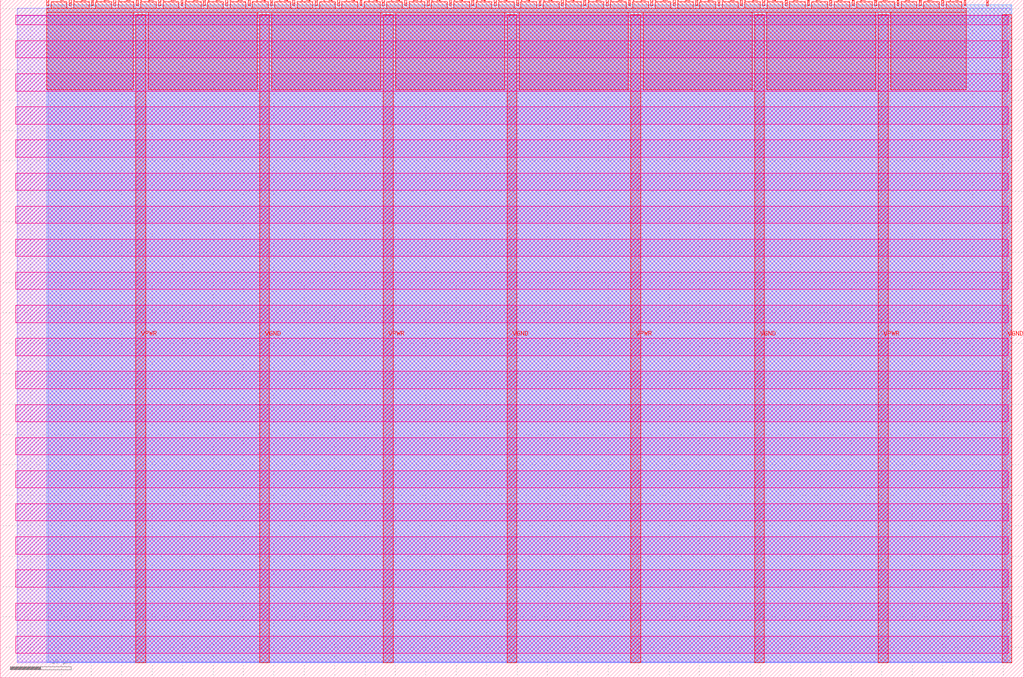
<source format=lef>
VERSION 5.7 ;
  NOWIREEXTENSIONATPIN ON ;
  DIVIDERCHAR "/" ;
  BUSBITCHARS "[]" ;
MACRO tt_um_shift
  CLASS BLOCK ;
  FOREIGN tt_um_shift ;
  ORIGIN 0.000 0.000 ;
  SIZE 168.360 BY 111.520 ;
  PIN VGND
    DIRECTION INOUT ;
    USE GROUND ;
    PORT
      LAYER met4 ;
        RECT 42.670 2.480 44.270 109.040 ;
    END
    PORT
      LAYER met4 ;
        RECT 83.380 2.480 84.980 109.040 ;
    END
    PORT
      LAYER met4 ;
        RECT 124.090 2.480 125.690 109.040 ;
    END
    PORT
      LAYER met4 ;
        RECT 164.800 2.480 166.400 109.040 ;
    END
  END VGND
  PIN VPWR
    DIRECTION INOUT ;
    USE POWER ;
    PORT
      LAYER met4 ;
        RECT 22.315 2.480 23.915 109.040 ;
    END
    PORT
      LAYER met4 ;
        RECT 63.025 2.480 64.625 109.040 ;
    END
    PORT
      LAYER met4 ;
        RECT 103.735 2.480 105.335 109.040 ;
    END
    PORT
      LAYER met4 ;
        RECT 144.445 2.480 146.045 109.040 ;
    END
  END VPWR
  PIN clk
    DIRECTION INPUT ;
    USE SIGNAL ;
    ANTENNAGATEAREA 0.852000 ;
    PORT
      LAYER met4 ;
        RECT 158.550 110.520 158.850 111.520 ;
    END
  END clk
  PIN ena
    DIRECTION INPUT ;
    USE SIGNAL ;
    PORT
      LAYER met4 ;
        RECT 162.230 110.520 162.530 111.520 ;
    END
  END ena
  PIN rst_n
    DIRECTION INPUT ;
    USE SIGNAL ;
    ANTENNAGATEAREA 0.213000 ;
    PORT
      LAYER met4 ;
        RECT 154.870 110.520 155.170 111.520 ;
    END
  END rst_n
  PIN ui_in[0]
    DIRECTION INPUT ;
    USE SIGNAL ;
    ANTENNAGATEAREA 0.196500 ;
    PORT
      LAYER met4 ;
        RECT 151.190 110.520 151.490 111.520 ;
    END
  END ui_in[0]
  PIN ui_in[1]
    DIRECTION INPUT ;
    USE SIGNAL ;
    ANTENNAGATEAREA 0.196500 ;
    PORT
      LAYER met4 ;
        RECT 147.510 110.520 147.810 111.520 ;
    END
  END ui_in[1]
  PIN ui_in[2]
    DIRECTION INPUT ;
    USE SIGNAL ;
    ANTENNAGATEAREA 0.196500 ;
    PORT
      LAYER met4 ;
        RECT 143.830 110.520 144.130 111.520 ;
    END
  END ui_in[2]
  PIN ui_in[3]
    DIRECTION INPUT ;
    USE SIGNAL ;
    ANTENNAGATEAREA 0.196500 ;
    PORT
      LAYER met4 ;
        RECT 140.150 110.520 140.450 111.520 ;
    END
  END ui_in[3]
  PIN ui_in[4]
    DIRECTION INPUT ;
    USE SIGNAL ;
    ANTENNAGATEAREA 0.196500 ;
    PORT
      LAYER met4 ;
        RECT 136.470 110.520 136.770 111.520 ;
    END
  END ui_in[4]
  PIN ui_in[5]
    DIRECTION INPUT ;
    USE SIGNAL ;
    ANTENNAGATEAREA 0.196500 ;
    PORT
      LAYER met4 ;
        RECT 132.790 110.520 133.090 111.520 ;
    END
  END ui_in[5]
  PIN ui_in[6]
    DIRECTION INPUT ;
    USE SIGNAL ;
    ANTENNAGATEAREA 0.196500 ;
    PORT
      LAYER met4 ;
        RECT 129.110 110.520 129.410 111.520 ;
    END
  END ui_in[6]
  PIN ui_in[7]
    DIRECTION INPUT ;
    USE SIGNAL ;
    ANTENNAGATEAREA 0.196500 ;
    PORT
      LAYER met4 ;
        RECT 125.430 110.520 125.730 111.520 ;
    END
  END ui_in[7]
  PIN uio_in[0]
    DIRECTION INPUT ;
    USE SIGNAL ;
    PORT
      LAYER met4 ;
        RECT 121.750 110.520 122.050 111.520 ;
    END
  END uio_in[0]
  PIN uio_in[1]
    DIRECTION INPUT ;
    USE SIGNAL ;
    PORT
      LAYER met4 ;
        RECT 118.070 110.520 118.370 111.520 ;
    END
  END uio_in[1]
  PIN uio_in[2]
    DIRECTION INPUT ;
    USE SIGNAL ;
    PORT
      LAYER met4 ;
        RECT 114.390 110.520 114.690 111.520 ;
    END
  END uio_in[2]
  PIN uio_in[3]
    DIRECTION INPUT ;
    USE SIGNAL ;
    PORT
      LAYER met4 ;
        RECT 110.710 110.520 111.010 111.520 ;
    END
  END uio_in[3]
  PIN uio_in[4]
    DIRECTION INPUT ;
    USE SIGNAL ;
    PORT
      LAYER met4 ;
        RECT 107.030 110.520 107.330 111.520 ;
    END
  END uio_in[4]
  PIN uio_in[5]
    DIRECTION INPUT ;
    USE SIGNAL ;
    PORT
      LAYER met4 ;
        RECT 103.350 110.520 103.650 111.520 ;
    END
  END uio_in[5]
  PIN uio_in[6]
    DIRECTION INPUT ;
    USE SIGNAL ;
    PORT
      LAYER met4 ;
        RECT 99.670 110.520 99.970 111.520 ;
    END
  END uio_in[6]
  PIN uio_in[7]
    DIRECTION INPUT ;
    USE SIGNAL ;
    PORT
      LAYER met4 ;
        RECT 95.990 110.520 96.290 111.520 ;
    END
  END uio_in[7]
  PIN uio_oe[0]
    DIRECTION OUTPUT TRISTATE ;
    USE SIGNAL ;
    PORT
      LAYER met4 ;
        RECT 33.430 110.520 33.730 111.520 ;
    END
  END uio_oe[0]
  PIN uio_oe[1]
    DIRECTION OUTPUT TRISTATE ;
    USE SIGNAL ;
    PORT
      LAYER met4 ;
        RECT 29.750 110.520 30.050 111.520 ;
    END
  END uio_oe[1]
  PIN uio_oe[2]
    DIRECTION OUTPUT TRISTATE ;
    USE SIGNAL ;
    PORT
      LAYER met4 ;
        RECT 26.070 110.520 26.370 111.520 ;
    END
  END uio_oe[2]
  PIN uio_oe[3]
    DIRECTION OUTPUT TRISTATE ;
    USE SIGNAL ;
    PORT
      LAYER met4 ;
        RECT 22.390 110.520 22.690 111.520 ;
    END
  END uio_oe[3]
  PIN uio_oe[4]
    DIRECTION OUTPUT TRISTATE ;
    USE SIGNAL ;
    PORT
      LAYER met4 ;
        RECT 18.710 110.520 19.010 111.520 ;
    END
  END uio_oe[4]
  PIN uio_oe[5]
    DIRECTION OUTPUT TRISTATE ;
    USE SIGNAL ;
    PORT
      LAYER met4 ;
        RECT 15.030 110.520 15.330 111.520 ;
    END
  END uio_oe[5]
  PIN uio_oe[6]
    DIRECTION OUTPUT TRISTATE ;
    USE SIGNAL ;
    PORT
      LAYER met4 ;
        RECT 11.350 110.520 11.650 111.520 ;
    END
  END uio_oe[6]
  PIN uio_oe[7]
    DIRECTION OUTPUT TRISTATE ;
    USE SIGNAL ;
    PORT
      LAYER met4 ;
        RECT 7.670 110.520 7.970 111.520 ;
    END
  END uio_oe[7]
  PIN uio_out[0]
    DIRECTION OUTPUT TRISTATE ;
    USE SIGNAL ;
    ANTENNADIFFAREA 0.445500 ;
    PORT
      LAYER met4 ;
        RECT 62.870 110.520 63.170 111.520 ;
    END
  END uio_out[0]
  PIN uio_out[1]
    DIRECTION OUTPUT TRISTATE ;
    USE SIGNAL ;
    ANTENNADIFFAREA 0.795200 ;
    PORT
      LAYER met4 ;
        RECT 59.190 110.520 59.490 111.520 ;
    END
  END uio_out[1]
  PIN uio_out[2]
    DIRECTION OUTPUT TRISTATE ;
    USE SIGNAL ;
    PORT
      LAYER met4 ;
        RECT 55.510 110.520 55.810 111.520 ;
    END
  END uio_out[2]
  PIN uio_out[3]
    DIRECTION OUTPUT TRISTATE ;
    USE SIGNAL ;
    PORT
      LAYER met4 ;
        RECT 51.830 110.520 52.130 111.520 ;
    END
  END uio_out[3]
  PIN uio_out[4]
    DIRECTION OUTPUT TRISTATE ;
    USE SIGNAL ;
    PORT
      LAYER met4 ;
        RECT 48.150 110.520 48.450 111.520 ;
    END
  END uio_out[4]
  PIN uio_out[5]
    DIRECTION OUTPUT TRISTATE ;
    USE SIGNAL ;
    PORT
      LAYER met4 ;
        RECT 44.470 110.520 44.770 111.520 ;
    END
  END uio_out[5]
  PIN uio_out[6]
    DIRECTION OUTPUT TRISTATE ;
    USE SIGNAL ;
    PORT
      LAYER met4 ;
        RECT 40.790 110.520 41.090 111.520 ;
    END
  END uio_out[6]
  PIN uio_out[7]
    DIRECTION OUTPUT TRISTATE ;
    USE SIGNAL ;
    PORT
      LAYER met4 ;
        RECT 37.110 110.520 37.410 111.520 ;
    END
  END uio_out[7]
  PIN uo_out[0]
    DIRECTION OUTPUT TRISTATE ;
    USE SIGNAL ;
    PORT
      LAYER met4 ;
        RECT 92.310 110.520 92.610 111.520 ;
    END
  END uo_out[0]
  PIN uo_out[1]
    DIRECTION OUTPUT TRISTATE ;
    USE SIGNAL ;
    PORT
      LAYER met4 ;
        RECT 88.630 110.520 88.930 111.520 ;
    END
  END uo_out[1]
  PIN uo_out[2]
    DIRECTION OUTPUT TRISTATE ;
    USE SIGNAL ;
    PORT
      LAYER met4 ;
        RECT 84.950 110.520 85.250 111.520 ;
    END
  END uo_out[2]
  PIN uo_out[3]
    DIRECTION OUTPUT TRISTATE ;
    USE SIGNAL ;
    PORT
      LAYER met4 ;
        RECT 81.270 110.520 81.570 111.520 ;
    END
  END uo_out[3]
  PIN uo_out[4]
    DIRECTION OUTPUT TRISTATE ;
    USE SIGNAL ;
    PORT
      LAYER met4 ;
        RECT 77.590 110.520 77.890 111.520 ;
    END
  END uo_out[4]
  PIN uo_out[5]
    DIRECTION OUTPUT TRISTATE ;
    USE SIGNAL ;
    PORT
      LAYER met4 ;
        RECT 73.910 110.520 74.210 111.520 ;
    END
  END uo_out[5]
  PIN uo_out[6]
    DIRECTION OUTPUT TRISTATE ;
    USE SIGNAL ;
    PORT
      LAYER met4 ;
        RECT 70.230 110.520 70.530 111.520 ;
    END
  END uo_out[6]
  PIN uo_out[7]
    DIRECTION OUTPUT TRISTATE ;
    USE SIGNAL ;
    PORT
      LAYER met4 ;
        RECT 66.550 110.520 66.850 111.520 ;
    END
  END uo_out[7]
  OBS
      LAYER nwell ;
        RECT 2.570 107.385 165.790 108.990 ;
        RECT 2.570 101.945 165.790 104.775 ;
        RECT 2.570 96.505 165.790 99.335 ;
        RECT 2.570 91.065 165.790 93.895 ;
        RECT 2.570 85.625 165.790 88.455 ;
        RECT 2.570 80.185 165.790 83.015 ;
        RECT 2.570 74.745 165.790 77.575 ;
        RECT 2.570 69.305 165.790 72.135 ;
        RECT 2.570 63.865 165.790 66.695 ;
        RECT 2.570 58.425 165.790 61.255 ;
        RECT 2.570 52.985 165.790 55.815 ;
        RECT 2.570 47.545 165.790 50.375 ;
        RECT 2.570 42.105 165.790 44.935 ;
        RECT 2.570 36.665 165.790 39.495 ;
        RECT 2.570 31.225 165.790 34.055 ;
        RECT 2.570 25.785 165.790 28.615 ;
        RECT 2.570 20.345 165.790 23.175 ;
        RECT 2.570 14.905 165.790 17.735 ;
        RECT 2.570 9.465 165.790 12.295 ;
        RECT 2.570 4.025 165.790 6.855 ;
      LAYER li1 ;
        RECT 2.760 2.635 165.600 108.885 ;
      LAYER met1 ;
        RECT 2.760 2.480 166.400 110.120 ;
      LAYER met2 ;
        RECT 7.910 2.535 166.370 110.685 ;
      LAYER met3 ;
        RECT 7.630 2.555 166.390 110.665 ;
      LAYER met4 ;
        RECT 8.370 110.120 10.950 111.170 ;
        RECT 12.050 110.120 14.630 111.170 ;
        RECT 15.730 110.120 18.310 111.170 ;
        RECT 19.410 110.120 21.990 111.170 ;
        RECT 23.090 110.120 25.670 111.170 ;
        RECT 26.770 110.120 29.350 111.170 ;
        RECT 30.450 110.120 33.030 111.170 ;
        RECT 34.130 110.120 36.710 111.170 ;
        RECT 37.810 110.120 40.390 111.170 ;
        RECT 41.490 110.120 44.070 111.170 ;
        RECT 45.170 110.120 47.750 111.170 ;
        RECT 48.850 110.120 51.430 111.170 ;
        RECT 52.530 110.120 55.110 111.170 ;
        RECT 56.210 110.120 58.790 111.170 ;
        RECT 59.890 110.120 62.470 111.170 ;
        RECT 63.570 110.120 66.150 111.170 ;
        RECT 67.250 110.120 69.830 111.170 ;
        RECT 70.930 110.120 73.510 111.170 ;
        RECT 74.610 110.120 77.190 111.170 ;
        RECT 78.290 110.120 80.870 111.170 ;
        RECT 81.970 110.120 84.550 111.170 ;
        RECT 85.650 110.120 88.230 111.170 ;
        RECT 89.330 110.120 91.910 111.170 ;
        RECT 93.010 110.120 95.590 111.170 ;
        RECT 96.690 110.120 99.270 111.170 ;
        RECT 100.370 110.120 102.950 111.170 ;
        RECT 104.050 110.120 106.630 111.170 ;
        RECT 107.730 110.120 110.310 111.170 ;
        RECT 111.410 110.120 113.990 111.170 ;
        RECT 115.090 110.120 117.670 111.170 ;
        RECT 118.770 110.120 121.350 111.170 ;
        RECT 122.450 110.120 125.030 111.170 ;
        RECT 126.130 110.120 128.710 111.170 ;
        RECT 129.810 110.120 132.390 111.170 ;
        RECT 133.490 110.120 136.070 111.170 ;
        RECT 137.170 110.120 139.750 111.170 ;
        RECT 140.850 110.120 143.430 111.170 ;
        RECT 144.530 110.120 147.110 111.170 ;
        RECT 148.210 110.120 150.790 111.170 ;
        RECT 151.890 110.120 154.470 111.170 ;
        RECT 155.570 110.120 158.150 111.170 ;
        RECT 7.655 109.440 158.865 110.120 ;
        RECT 7.655 96.735 21.915 109.440 ;
        RECT 24.315 96.735 42.270 109.440 ;
        RECT 44.670 96.735 62.625 109.440 ;
        RECT 65.025 96.735 82.980 109.440 ;
        RECT 85.380 96.735 103.335 109.440 ;
        RECT 105.735 96.735 123.690 109.440 ;
        RECT 126.090 96.735 144.045 109.440 ;
        RECT 146.445 96.735 158.865 109.440 ;
  END
END tt_um_shift
END LIBRARY


</source>
